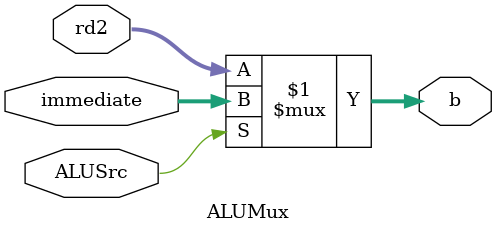
<source format=v>
module pc_register(clk,next_pc,pc);
    input clk;              
    input [63:0] next_pc;  
    output reg [63:0] pc;
    
    always @(posedge clk) 
    begin
        pc <= next_pc;  
    end
    
endmodule

module PCMux (PC_update, PC_branch,Branch,next_pc);

    input wire [63:0] PC_update,PC_branch;
    output wire [63:0] next_pc;
    input Branch;
    assign next_pc = Branch ? PC_branch : PC_update; 

endmodule

module RegisterMux (alu_result, read_data,MemtoReg,wd);

    input wire [63:0] alu_result,read_data;
    output wire [63:0] wd;
    input MemtoReg;
    assign wd = MemtoReg ? read_data : alu_result; 
    
endmodule

module ALUMux (rd2, immediate,ALUSrc,b);

    input wire [63:0] rd2,immediate;
    output wire [63:0] b;
    input ALUSrc;
    assign b = ALUSrc ? immediate : rd2; 
    
endmodule

</source>
